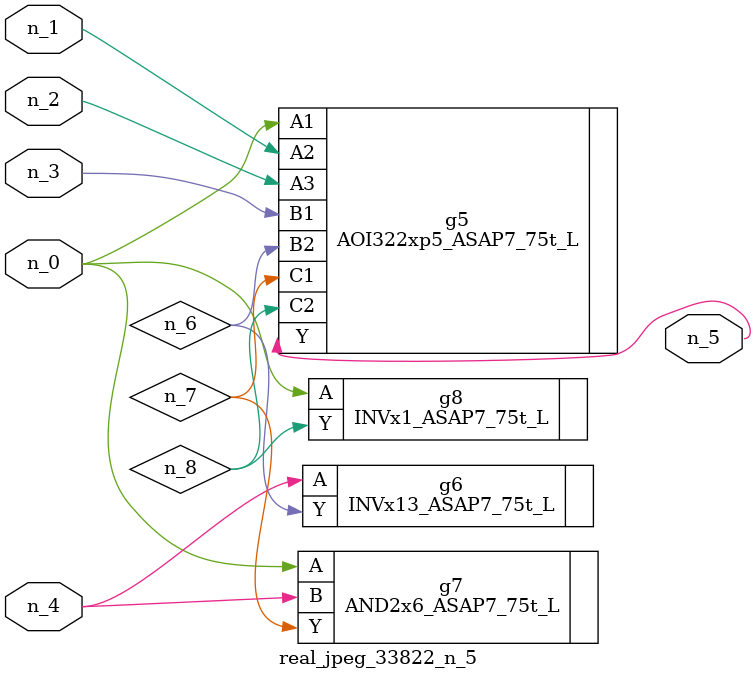
<source format=v>
module real_jpeg_33822_n_5 (n_4, n_0, n_1, n_2, n_3, n_5);

input n_4;
input n_0;
input n_1;
input n_2;
input n_3;

output n_5;

wire n_8;
wire n_6;
wire n_7;

AOI322xp5_ASAP7_75t_L g5 ( 
.A1(n_0),
.A2(n_1),
.A3(n_2),
.B1(n_3),
.B2(n_6),
.C1(n_7),
.C2(n_8),
.Y(n_5)
);

AND2x6_ASAP7_75t_L g7 ( 
.A(n_0),
.B(n_4),
.Y(n_7)
);

INVx1_ASAP7_75t_L g8 ( 
.A(n_0),
.Y(n_8)
);

INVx13_ASAP7_75t_L g6 ( 
.A(n_4),
.Y(n_6)
);


endmodule
</source>
